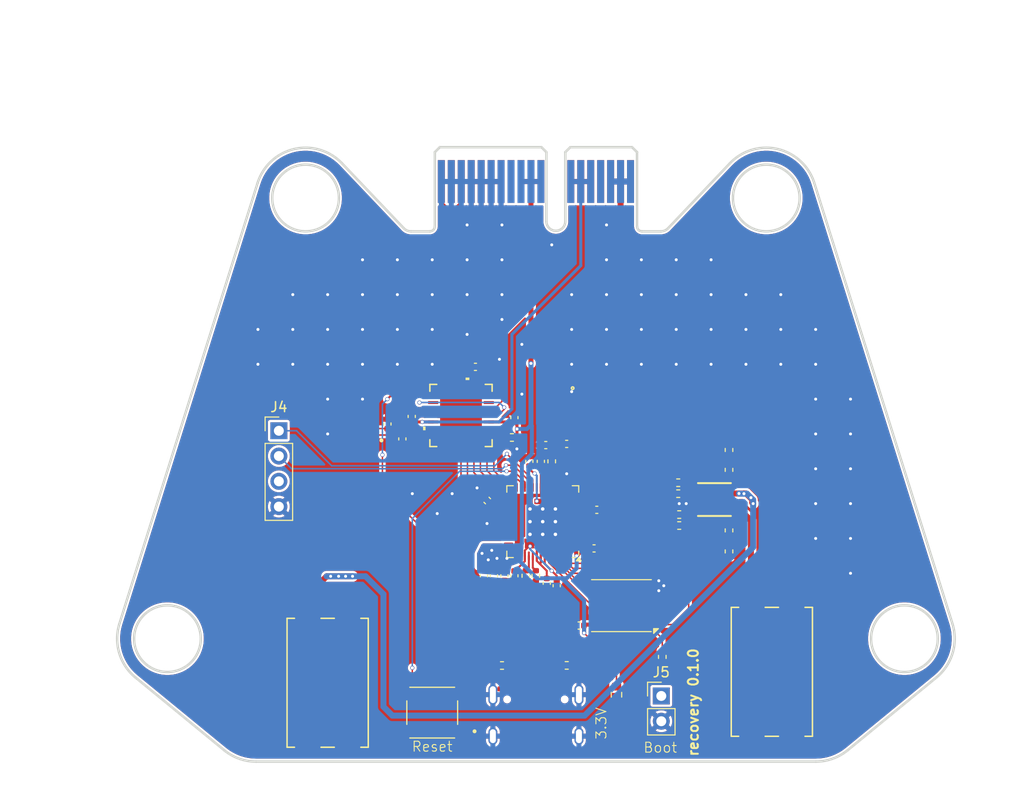
<source format=kicad_pcb>
(kicad_pcb (version 20241229) (generator "pcbnew") (generator_version "9.0")
  (layers (0 "F.Cu" signal) (2 "B.Cu" signal) (13 "F.Paste" user) (15 "B.Paste" user) (5 "F.SilkS" user "F.Silkscreen") (7 "B.SilkS" user "B.Silkscreen") (1 "F.Mask" user) (3 "B.Mask" user) (25 "Edge.Cuts" user))
  (net 0 "")
  (net 1 "+1.1V")
  (net 3 "CANINT")
  (net 4 "/XIN")
  (net 6 "v_lipo")
  (net 9 "Net-(J2-1_1)")
  (net 14 "CS")
  (net 15 "CANSTBY")
  (net 16 "GND")
  (net 17 "/USB_D2+")
  (net 18 "USB_D+")
  (net 19 "/XOUT_pre")
  (net 20 "unconnected-(U2-GPIO0-Pad2)")
  (net 21 "SI")
  (net 22 "SCK")
  (net 23 "SO")
  (net 24 "USB_D-")
  (net 27 "/XOUT")
  (net 30 "OSC1")
  (net 33 "OSC2")
  (net 34 "tx")
  (net 35 "/QSPI_SS")
  (net 36 "/QSPI_SCLK")
  (net 37 "/QSPI_SD1")
  (net 38 "/QSPI_SD0")
  (net 39 "/QSPI_SD3")
  (net 40 "/QSPI_SD2")
  (net 41 "/~{USB_BOOT_S}")
  (net 43 "/USB_D2-")
  (net 44 "+3.3V")
  (net 49 "CANRESET")
  (net 51 "rx")
  (net 55 "+5V")
  (net 56 "/SWD")
  (net 57 "/SWCLK")
  (net 58 "/RUN")
  (net 59 "Net-(J3-1_1)")
  (net 60 "Net-(Q1-Pad2)")
  (net 67 "CANN")
  (net 68 "CANP")
  (net 74 "Net-(D1-A)")
  (net 75 "Net-(Q1-Pad4)")
  (net 76 "fire_d")
  (net 77 "fire_m")
  (net 78 "sense_d")
  (net 79 "sense_m")
  (net 80 "Net-(J6-CC2)")
  (net 81 "Net-(J6-CC1)")
  (footprint "Package_SON:WSON-8-1EP_6x5mm_P1.27mm_EP3.4x4.3mm" (layer "F.Cu") (at 155 106.75 180)
    (property "Reference" "U4" (hide yes))
    (property "Value" "W25Q128JVP" (hide yes))
  )
  (footprint "Capacitor_SMD:C_0402_1005Metric" (layer "F.Cu") (at 146.905904 92.252137 90)
    (property "Reference" "C214" (hide yes))
    (property "Value" "100n" (hide yes))
  )
  (footprint "Resistor_SMD:R_0402_1005Metric" (layer "F.Cu") (at 165.8 101.3 90)
    (property "Reference" "R23" (hide yes))
    (property "Value" "27k")
  )
  (footprint "Resistor_SMD:R_0402_1005Metric" (layer "F.Cu") (at 148 92.25 90)
    (property "Reference" "R12" (hide yes))
    (property "Value" "1k" (hide yes))
  )
  (footprint "Resistor_SMD:R_0402_1005Metric" (layer "F.Cu") (at 145.400183 103.75 90)
    (property "Reference" "R204" (hide yes))
    (property "Value" "27" (hide yes))
  )
  (footprint "Capacitor_SMD:C_0402_1005Metric" (layer "F.Cu") (at 141.525268 96.188915 135)
    (property "Reference" "C212" (hide yes))
    (property "Value" "100n" (hide yes))
  )
  (footprint "Capacitor_SMD:C_0402_1005Metric" (layer "F.Cu") (at 145.75 92.25 90)
    (property "Reference" "C207" (hide yes))
    (property "Value" "100n" (hide yes))
  )
  (footprint "Resistor_SMD:R_0402_1005Metric" (layer "F.Cu") (at 160.8 98.7 180)
    (property "Reference" "R21" (hide yes))
    (property "Value" "3.3k")
  )
  (footprint "4in-kicad-library:X322516MLB4SI" (layer "F.Cu") (at 128.85 89.051477 180)
    (property "Reference" "Y2" (hide yes))
    (property "Value" "X322516MLB4SI" (hide yes))
  )
  (footprint "4in-kicad-library:TS-1187A-B-A-B" (layer "F.Cu") (at 136 117.5 180)
    (property "Reference" "S2" (hide yes))
    (property "Value" "TS-1187A-B-A-B" (hide yes))
  )
  (footprint "Connector_PinHeader_2.54mm:PinHeader_1x04_P2.54mm_Vertical" (layer "F.Cu") (at 120.6 89.18)
    (property "Reference" "J4")
    (property "Value" "Conn_01x04")
  )
  (footprint "LED_SMD:LED_0603_1608Metric" (layer "F.Cu") (at 154.5 118.9 90)
    (property "Reference" "D1" (hide yes))
    (property "Value" "LED" (hide yes))
  )
  (footprint "4in-kicad-library:QFN28_6X6MC_MCH" (layer "F.Cu") (at 138.887999 87.644025 180)
    (property "Reference" "U9" (hide yes))
    (property "Value" "MCP25625T-E/ML" (hide yes))
  )
  (footprint "Capacitor_SMD:C_0402_1005Metric" (layer "F.Cu") (at 149.5 90.5)
    (property "Reference" "C10" (hide yes))
    (property "Value" "15p" (hide yes))
  )
  (footprint "Capacitor_SMD:C_0402_1005Metric" (layer "F.Cu") (at 148.5 104.75 -90)
    (property "Reference" "C206" (hide yes))
    (property "Value" "100n" (hide yes))
  )
  (footprint "Capacitor_SMD:C_0402_1005Metric" (layer "F.Cu") (at 152.25 101)
    (property "Reference" "C211" (hide yes))
    (property "Value" "100n" (hide yes))
  )
  (footprint "Resistor_SMD:R_0603_1608Metric" (layer "F.Cu") (at 154.5 115.7 -90)
    (property "Reference" "R1" (hide yes))
    (property "Value" "1k" (hide yes))
  )
  (footprint "Capacitor_SMD:C_0402_1005Metric" (layer "F.Cu") (at 144.25 103.75 -90)
    (property "Reference" "C208" (hide yes))
    (property "Value" "1u" (hide yes))
  )
  (footprint "4in-recovery:SI7232DN-T1-GE3" (layer "F.Cu") (at 164.335 96.09)
    (property "Reference" "Q1" (hide yes))
    (property "Value" "TRANS_SI7232DN-T1-GE3")
  )
  (footprint "4in-recovery:wago-2060-452_998-404" (layer "F.Cu") (at 170.1 113.4)
    (property "Reference" "J3" (hide yes))
    (property "Value" "wago 2060-452/998-404" (hide yes))
  )
  (footprint "Resistor_SMD:R_0402_1005Metric" (layer "F.Cu") (at 160.8 97.6)
    (property "Reference" "R20" (hide yes))
    (property "Value" "100")
  )
  (footprint "Capacitor_SMD:C_0402_1005Metric" (layer "F.Cu") (at 147.401053 90.619624 180)
    (property "Reference" "C11" (hide yes))
    (property "Value" "15p" (hide yes))
  )
  (footprint "Connector_USB:USB_C_Receptacle_Palconn_UTC16-G" (layer "F.Cu") (at 146.41 117.625)
    (property "Reference" "J6" (hide yes))
    (property "Value" "USB_C_Receptacle_USB2.0_16P" (hide yes))
  )
  (footprint "4in-kicad-library:ABM8-272-T3_ABR" (layer "F.Cu") (at 149 88 -90)
    (property "Reference" "X1" (hide yes))
    (property "Value" "RP2040 Crystal" (hide yes))
  )
  (footprint "Capacitor_SMD:C_0402_1005Metric" (layer "F.Cu") (at 152.523705 97.122962)
    (property "Reference" "C213" (hide yes))
    (property "Value" "100n" (hide yes))
  )
  (footprint "Capacitor_SMD:C_0402_1005Metric" (layer "F.Cu") (at 142.194841 103.749524 -90)
    (property "Reference" "C216" (hide yes))
    (property "Value" "100n" (hide yes))
  )
  (footprint "Capacitor_SMD:C_0402_1005Metric" (layer "F.Cu") (at 141.194841 103.749524 -90)
    (property "Reference" "C215" (hide yes))
    (property "Value" "100n" (hide yes))
  )
  (footprint "4in-recovery:wago-2060-452_998-404" (layer "F.Cu") (at 125.5 114.5)
    (property "Reference" "J2" (hide yes))
    (property "Value" "wago 2060-452/998-404" (hide yes))
  )
  (footprint "Resistor_SMD:R_0402_1005Metric" (layer "F.Cu") (at 160.7 95.5)
    (property "Reference" "R300" (hide yes))
    (property "Value" "100")
  )
  (footprint "Resistor_SMD:R_0402_1005Metric" (layer "F.Cu") (at 144 89.854549 180)
    (property "Reference" "R91" (hide yes))
    (property "Value" "10k" (hide yes))
  )
  (footprint "Capacitor_SMD:C_0402_1005Metric" (layer "F.Cu") (at 143.25 103.75 -90)
    (property "Reference" "C210" (hide yes))
    (property "Value" "1u" (hide yes))
  )
  (footprint "Capacitor_SMD:C_0402_1005Metric" (layer "F.Cu") (at 133.942338 87.740095 90)
    (property "Reference" "C93" (hide yes))
    (property "Value" "100n" (hide yes))
  )
  (footprint "Resistor_SMD:R_0402_1005Metric" (layer "F.Cu") (at 146.400183 103.75 90)
    (property "Reference" "R203" (hide yes))
    (property "Value" "27" (hide yes))
  )
  (footprint "Resistor_SMD:R_0402_1005Metric" (layer "F.Cu") (at 143.005 112.765)
    (property "Reference" "R4" (hide yes))
    (property "Value" "5.1k" (hide yes))
  )
  (footprint "Resistor_SMD:R_0402_1005Metric" (layer "F.Cu") (at 165.8 91.11 -90)
    (property "Reference" "R33" (hide yes))
    (property "Value" "27k")
  )
  (footprint "Package_DFN_QFN:QFN-56-1EP_7x7mm_P0.4mm_EP3.2x3.2mm" (layer "F.Cu") (at 147.1 98.3125 180)
    (property "Reference" "U2" (hide yes))
    (property "Value" "RP2040" (hide yes))
  )
  (footprint "Resistor_SMD:R_0402_1005Metric" (layer "F.Cu") (at 159.1 111.9 -90)
    (property "Reference" "R30" (hide yes))
    (property "Value" "1k" (hide yes))
  )
  (footprint "Capacitor_SMD:C_0402_1005Metric" (layer "F.Cu") (at 150.75 108.75 180)
    (property "Reference" "C40" (hide yes))
    (property "Value" "100n" (hide yes))
  )
  (footprint "Connector_PinHeader_2.54mm:PinHeader_1x02_P2.54mm_Vertical" (layer "F.Cu") (at 159 115.825)
    (property "Reference" "J5")
    (property "Value" "Conn_01x02_Pin")
  )
  (footprint "Resistor_SMD:R_0402_1005Metric" (layer "F.Cu") (at 165.8 93.11 -90)
    (property "Reference" "R32" (hide yes))
    (property "Value" "100k")
  )
  (footprint "Resistor_SMD:R_0402_1005Metric" (layer "F.Cu") (at 149.505 112.755)
    (property "Reference" "R3" (hide yes))
    (property "Value" "5.1k" (hide yes))
  )
  (footprint "Capacitor_SMD:C_0402_1005Metric" (layer "F.Cu") (at 140.339105 82.759702)
    (property "Reference" "C90" (hide yes))
    (property "Value" "100n" (hide yes))
  )
  (footprint "Capacitor_SMD:C_0402_1005Metric" (layer "F.Cu") (at 144.249829 87.861863 90)
    (property "Reference" "C92" (hide yes))
    (property "Value" "100n" (hide yes))
  )
  (footprint "Capacitor_SMD:C_0402_1005Metric" (layer "F.Cu") (at 147.5 104.5 -90)
    (property "Reference" "C209" (hide yes))
    (property "Value" "100n" (hide yes))
  )
  (footprint "Resistor_SMD:R_0402_1005Metric" (layer "F.Cu") (at 165.8 99.19 90)
    (property "Reference" "R22" (hide yes))
    (property "Value" "100k")
  )
  (footprint "Resistor_SMD:R_0402_1005Metric" (layer "F.Cu") (at 160.7 94.4 180)
    (property "Reference" "R31" (hide yes))
    (property "Value" "3.3k")
  )
  (footprint "Capacitor_SMD:C_0402_1005Metric" (layer "F.Cu") (at 133 90 -90)
    (property "Reference" "C94" (hide yes))
    (property "Value" "22p" (hide yes))
  )
  (footprint "Capacitor_SMD:C_0402_1005Metric" (layer "F.Cu") (at 131.5 88.5 90)
    (property "Reference" "C95" (hide yes))
    (property "Value" "22p" (hide yes))
  )
  (footprint "Connector_PCBEdge:BUS_PCIexpress_x1" (layer "B.Cu") (at 136.913 64.138595)
    (property "Reference" "J1" (hide yes))
    (property "Value" "Bus_PCI_Express_x1" (hide yes))
    (fp_line (start -0.65 -2.95) (end -0.65 4.506267) (stroke (width 0.25)) (layer "Edge.Cuts"))
    (fp_line (start -0.15 -3.45) (end -0.65 -2.95) (stroke (width 0.25)) (layer "Edge.Cuts"))
    (fp_line (start 10.05 -3.45) (end -0.15 -3.45) (stroke (width 0.25)) (layer "Edge.Cuts"))
    (fp_line (start 10.05 -3.45) (end 10.55 -2.95) (stroke (width 0.25)) (layer "Edge.Cuts"))
    (fp_line (start 10.55 -2.95) (end 10.55 4) (stroke (width 0.25)) (layer "Edge.Cuts"))
    (fp_line (start 12.45 -2.95) (end 12.45 4) (stroke (width 0.25)) (layer "Edge.Cuts"))
    (fp_line (start 12.95 -3.45) (end 12.45 -2.95) (stroke (width 0.25)) (layer "Edge.Cuts"))
    (fp_line (start 19.15 -3.45) (end 12.95 -3.45) (stroke (width 0.25)) (layer "Edge.Cuts"))
    (fp_line (start 19.15 -3.45) (end 19.65 -2.95) (stroke (width 0.25)) (layer "Edge.Cuts"))
    (fp_line (start 19.65 4.506267) (end 19.65 -2.95) (stroke (width 0.25)) (layer "Edge.Cuts"))
    (fp_arc (start 12.45 4) (mid 11.5 4.95) (end 10.55 4) (stroke (width 0.25)) (layer "Edge.Cuts"))
  )
  (gr_line (start 159.678146 68.835513) (end 165.883818 62.312636) (stroke (width 0.25)) (layer "Edge.Cuts"))
  (gr_line (start 133.143972 68.831791) (end 126.941843 62.312637) (stroke (width 0.25)) (layer "Edge.Cuts"))
  (gr_line (start 174.511605 122.419976) (end 118.31403 122.419976) (stroke (width 0.25)) (layer "Edge.Cuts"))
  (gr_circle (center 183.413305 110.068595) (end 180.063305 110.068595) (stroke (width 0.25)) (fill no) (layer "Edge.Cuts"))
  (gr_arc (start 159.678146 68.835513) (mid 159.347804 69.065283) (end 158.95364 69.146243) (stroke (width 0.25)) (layer "Edge.Cuts"))
  (gr_arc (start 188.23235 108.558858) (mid 188.252259 111.513246) (end 186.615928 113.973169) (stroke (width 0.25)) (layer "Edge.Cuts"))
  (gr_line (start 133.87203 69.146243) (end 135.755183 69.146243) (stroke (width 0.25)) (layer "Edge.Cuts"))
  (gr_arc (start 118.31403 122.419976) (mid 116.613396 122.125003) (end 115.111431 121.274551) (stroke (width 0.25)) (layer "Edge.Cuts"))
  (gr_line (start 158.95364 69.146243) (end 157.070478 69.146243) (stroke (width 0.25)) (layer "Edge.Cuts"))
  (gr_line (start 186.615928 113.973169) (end 177.714231 121.274549) (stroke (width 0.25)) (layer "Edge.Cuts"))
  (gr_arc (start 133.87203 69.146243) (mid 133.475493 69.064276) (end 133.143972 68.831791) (stroke (width 0.25)) (layer "Edge.Cuts"))
  (gr_arc (start 165.883818 62.312636) (mid 170.686206 60.874603) (end 174.361605 64.283721) (stroke (width 0.25)) (layer "Edge.Cuts"))
  (gr_arc (start 118.464055 64.28372) (mid 122.13948 60.874652) (end 126.941843 62.312637) (stroke (width 0.25)) (layer "Edge.Cuts"))
  (gr_circle (center 109.412355 110.068595) (end 106.062355 110.068595) (stroke (width 0.25)) (fill no) (layer "Edge.Cuts"))
  (gr_arc (start 136.255183 68.646276) (mid 136.108734 68.999813) (end 135.755183 69.146243) (stroke (width 0.25)) (layer "Edge.Cuts"))
  (gr_line (start 174.361606 64.283721) (end 188.23235 108.558858) (stroke (width 0.25)) (layer "Edge.Cuts"))
  (gr_circle (center 169.54256 65.793456) (end 166.19256 65.793456) (stroke (width 0.25)) (fill no) (layer "Edge.Cuts"))
  (gr_circle (center 123.2831 65.793456) (end 119.9331 65.793456) (stroke (width 0.25)) (fill no) (layer "Edge.Cuts"))
  (gr_line (start 106.209767 113.973198) (end 115.111431 121.274551) (stroke (width 0.25)) (layer "Edge.Cuts"))
  (gr_arc (start 157.070478 69.146243) (mid 156.716924 68.999796) (end 156.570477 68.646242) (stroke (width 0.25)) (layer "Edge.Cuts"))
  (gr_line (start 118.464054 64.28372) (end 104.588376 108.574607) (stroke (width 0.25)) (layer "Edge.Cuts"))
  (gr_arc (start 106.209767 113.973198) (mid 104.575789 111.521169) (end 104.588376 108.574607) (stroke (width 0.25)) (layer "Edge.Cuts"))
  (gr_arc (start 177.714231 121.274549) (mid 176.212253 122.125005) (end 174.511605 122.419976) (stroke (width 0.25)) (layer "Edge.Cuts"))
  (gr_text "recovery 0.1.0" (at 162.8 122 90) (layer "F.SilkS") (effects (font (size 1 1) (thickness 0.2) (bold yes)) (justify left bottom)))
  (gr_text "Boot" (at 158.9 121.6 0) (layer "F.SilkS") (effects (font (size 1 1) (thickness 0.1)) (justify bottom)))
  (gr_text "Reset" (at 136 121.5 0) (layer "F.SilkS") (effects (font (size 1 1) (thickness 0.1)) (justify bottom)))
  (gr_text "3.3V" (at 153.560686 118.580466 90) (layer "F.SilkS") (effects (font (size 1 1) (thickness 0.1)) (justify bottom)))
  (segment (start 145.75 93) (end 145.75 92.73) (width 0.2) (layer "F.Cu") (net 1))
  (segment (start 148 103.25) (end 148.5 103.75) (width 0.2) (layer "F.Cu") (net 1))
  (segment (start 145.3 102.28386) (end 144.31386 103.27) (width 0.2) (layer "F.Cu") (net 1))
  (segment (start 146.278167 93.471833) (end 146.221833 93.471833) (width 0.15) (layer "F.Cu") (net 1))
  (segment (start 148.5 103.75) (end 148.5 104.27) (width 0.2) (layer "F.Cu") (net 1))
  (segment (start 145.716508 100.783492) (end 145.830177 100.783492) (width 0.2) (layer "F.Cu") (net 1))
  (segment (start 146.278167 93.471833) (end 146.5 93.693666) (width 0.15) (layer "F.Cu") (net 1))
  (segment (start 147.3 101.75) (end 147.3 102.55) (width 0.2) (layer "F.Cu") (net 1))
  (segment (start 145.3 101.75) (end 145.3 102.28386) (width 0.2) (layer "F.Cu") (net 1))
  (segment (start 144.31386 103.27) (end 144.25 103.27) (width 0.2) (layer "F.Cu") (net 1))
  (segment (start 146.221833 93.471833) (end 145.75 93) (width 0.2) (layer "F.Cu") (net 1))
  (segment (start 147.3 102.55) (end 148 103.25) (width 0.2) (layer "F.Cu") (net 1))
  (segment (start 145.3 101.2) (end 145.716508 100.783492) (width 0.2) (layer "F.Cu") (net 1))
  (segment (start 146.5 93.693666) (end 146.5 94.875) (width 0.15) (layer "F.Cu") (net 1))
  (segment (start 145.3 101.75) (end 145.3 101.2) (width 0.2) (layer "F.Cu") (net 1))
  (via (at 146.5 96.25) (size 0.4) (drill 0.3) (layers "F.Cu" "B.Cu") (net 1))
  (via (at 148 103.25) (size 0.4) (drill 0.3) (layers "F.Cu" "B.Cu") (net 1))
  (via (at 146.278167 93.471833) (size 0.4) (drill 0.3) (layers "F.Cu" "B.Cu") (net 1))
  (via (at 145.830177 100.783492) (size 0.4) (drill 0.3) (layers "F.Cu" "B.Cu") (net 1))
  (segment (start 146.5 93.693666) (end 146.278167 93.471833) (width 0.2) (layer "B.Cu") (net 1))
  (segment (start 145.830177 100.783492) (end 145.830177 101.080177) (width 0.2) (layer "B.Cu") (net 1))
  (segment (start 146.5 96.25) (end 146.5 93.693666) (width 0.2) (layer "B.Cu") (net 1))
  (segment (start 145.830177 101.080177) (end 148 103.25) (width 0.2) (layer "B.Cu") (net 1))
  (segment (start 138.887999 95.696007) (end 141.304492 98.1125) (width 0.15) (layer "F.Cu") (net 3))
  (segment (start 141.304492 98.1125) (end 143.6625 98.1125) (width 0.15) (layer "F.Cu") (net 3))
  (segment (start 138.887999 90.438025) (end 138.887999 95.696007) (width 0.15) (layer "F.Cu") (net 3))
  (segment (start 149.02 90.5) (end 149.02 87.580001) (width 0.15) (layer "F.Cu") (net 4))
  (segment (start 149.02 87.580001) (end 149.400002 87.199999) (width 0.15) (layer "F.Cu") (net 4))
  (segment (start 149 90.52) (end 149 92.663247) (width 0.15) (layer "F.Cu") (net 4))
  (segment (start 149.400002 87.199999) (end 150.1 87.199999) (width 0.15) (layer "F.Cu") (net 4))
  (segment (start 147.7 93.963247) (end 147.7 94.875) (width 0.15) (layer "F.Cu") (net 4))
  (segment (start 149 92.663247) (end 147.7 93.963247) (width 0.15) (layer "F.Cu") (net 4))
  (segment (start 149.02 90.5) (end 149 90.52) (width 0.15) (layer "F.Cu") (net 4))
  (segment (start 130.721116 121.321116) (end 169.825882 121.321116) (width 0.6) (layer "F.Cu") (net 6))
  (segment (start 172.000001 88.000001) (end 154.913 70.913) (width 0.6) (layer "F.Cu") (net 6))
  (segment (start 172.000001 119.146997) (end 172.000001 117.344999) (width 0.6) (layer "F.Cu") (net 6))
  (segment (start 155.913 64.138595) (end 153.913 64.138595) (width 0.6) (layer "F.Cu") (net 6))
  (segment (start 172.000001 117.144999) (end 172.000001 88.000001) (width 0.6) (layer "F.Cu") (net 6))
  (segment (start 169.825882 121.321116) (end 172.000001 119.146997) (width 0.6) (layer "F.Cu") (net 6))
  (segment (start 127.500001 118.344999) (end 127.744999 118.344999) (width 0.6) (layer "F.Cu") (net 6))
  (segment (start 154.913 70.913) (end 154.913 64.138595) (width 0.6) (layer "F.Cu") (net 6))
  (segment (start 172.100001 117.244999) (end 172.000001 117.144999) (width 0.6) (layer "F.Cu") (net 6))
  (segment (start 172.000001 117.344999) (end 172.100001 117.244999) (width 0.6) (layer "F.Cu") (net 6))
  (segment (start 127.744999 118.344999) (end 130.721116 121.321116) (width 0.6) (layer "F.Cu") (net 6))
  (segment (start 127.500001 109.094999) (end 127.500001 118.344999) (width 0.6) (layer "F.Cu") (net 6))
  (segment (start 153.913 64.138595) (end 155.913 64.138595) (width 0.6) (layer "B.Cu") (net 6))
  (segment (start 167.2825 95.4825) (end 167.3 95.5) (width 0.6) (layer "F.Cu") (net 9))
  (segment (start 123.499999 109.094999) (end 123.499999 118.344999) (width 0.6) (layer "F.Cu") (net 9))
  (segment (start 167.5175 95.4825) (end 168.135 96.1) (width 0.6) (layer "F.Cu") (net 9))
  (segment (start 123.499999 105.700001) (end 123.499999 109.094999) (width 0.6) (layer "F.Cu") (net 9))
  (segment (start 128 103.8) (end 125.4 103.8) (width 0.6) (layer "F.Cu") (net 9))
  (segment (start 164.8925 95.4825) (end 167.2825 95.4825) (width 0.6) (layer "F.Cu") (net 9))
  (segment (start 166.041 95.21) (end 165.931 95.1) (width 0.15) (layer "F.Cu") (net 9))
  (segment (start 125.4 103.8) (end 123.499999 105.700001) (width 0.6) (layer "F.Cu") (net 9))
  (segment (start 168.135 96.1) (end 168.135 96.411509) (width 0.6) (layer "F.Cu") (net 9))
  (segment (start 167.3 95.5) (end 167.3175 95.4825) (width 0.6) (layer "F.Cu") (net 9))
  (segment (start 168.135 96.411509) (end 168.223491 96.5) (width 0.6) (layer "F.Cu") (net 9))
  (segment (start 167.3175 95.4825) (end 167.5175 95.4825) (width 0.6) (layer "F.Cu") (net 9))
  (via (at 128 103.8) (size 0.4) (drill 0.3) (layers "F.Cu" "B.Cu") (net 9))
  (via (at 127.3 103.8) (size 0.4) (drill 0.3) (layers "F.Cu" "B.Cu") (net 9))
  (via (at 126.6 103.8) (size 0.4) (drill 0.3) (layers "F.Cu" "B.Cu") (net 9))
  (via (at 166.8 95.4825) (size 0.4) (drill 0.3) (layers "F.Cu" "B.Cu") (net 9))
  (via (at 168.223491 96.5) (size 0.4) (drill 0.3) (layers "F.Cu" "B.Cu") (net 9))
  (via (at 167.3 95.5) (size 0.4) (drill 0.3) (layers "F.Cu" "B.Cu") (net 9))
  (via (at 125.8 103.8) (size 0.4) (drill 0.3) (layers "F.Cu" "B.Cu") (net 9))
  (via (at 168 95.9) (size 0.4) (drill 0.3) (layers "F.Cu" "B.Cu") (net 9))
  (segment (start 167.6 95.5) (end 166.8175 95.5) (width 0.6) (layer "B.Cu") (net 9))
  (segment (start 168.223491 100.876509) (end 168.223491 96.123491) (width 0.6) (layer "B.Cu") (net 9))
  (segment (start 166.8175 95.5) (end 166.8 95.4825) (width 0.6) (layer "B.Cu") (net 9))
  (segment (start 126.6 103.8) (end 125.8 103.8) (width 0.6) (layer "B.Cu") (net 9))
  (segment (start 125.8 103.8) (end 125.4 103.8) (width 0.6) (layer "B.Cu") (net 9))
  (segment (start 128 103.8) (end 127.3 103.8) (width 0.6) (layer "B.Cu") (net 9))
  (segment (start 131.1 116.9) (end 132 117.8) (width 0.6) (layer "B.Cu") (net 9))
  (segment (start 127.3 103.8) (end 126.6 103.8) (width 0.6) (layer "B.Cu") (net 9))
  (segment (start 168.223491 96.123491) (end 167.6 95.5) (width 0.6) (layer "B.Cu") (net 9))
  (segment (start 129.3 103.8) (end 131.1 105.6) (width 0.6) (layer "B.Cu") (net 9))
  (segment (start 151.3 117.8) (end 168.223491 100.876509) (width 0.6) (layer "B.Cu") (net 9))
  (segment (start 132 117.8) (end 151.3 117.8) (width 0.6) (layer "B.Cu") (net 9))
  (segment (start 128 103.8) (end 129.3 103.8) (width 0.6) (layer "B.Cu") (net 9))
  (segment (start 131.1 105.6) (end 131.1 116.9) (width 0.6) (layer "B.Cu") (net 9))
  (segment (start 141.5 89.776025) (end 141.5 93.188949) (width 0.15) (layer "F.Cu") (net 14))
  (segment (start 143.186051 94.875) (end 144.5 94.875) (width 0.15) (layer "F.Cu") (net 14))
  (segment (start 141.681999 89.594026) (end 141.5 89.776025) (width 0.15) (layer "F.Cu") (net 14))
  (segment (start 141.5 93.188949) (end 143.186051 94.875) (width 0.15) (layer "F.Cu") (net 14))
  (segment (start 131.805976 85.694024) (end 136.093999 85.694024) (width 0.2) (layer "F.Cu") (net 15))
  (segment (start 131 91.6) (end 131 95) (width 0.15) (layer "F.Cu") (net 15))
  (segment (start 131.5 86) (end 131.805976 85.694024) (width 0.2) (layer "F.Cu") (net 15))
  (segment (start 131 95) (end 135.3125 99.3125) (width 0.15) (layer "F.Cu") (net 15))
  (segment (start 135.3125 99.3125) (end 143.6625 99.3125) (width 0.15) (layer "F.Cu") (net 15))
  (via (at 131 91.6) (size 0.4) (drill 0.3) (layers "F.Cu" "B.Cu") (net 15))
  (via (at 131.5 86) (size 0.4) (drill 0.3) (layers "F.Cu" "B.Cu") (net 15))
  (segment (start 131 86.5) (end 131.5 86) (width 0.15) (layer "B.Cu") (net 15))
  (segment (start 131 91.6) (end 131 86.5) (width 0.15) (layer "B.Cu") (net 15))
  (segment (start 146.772137 91.772137) (end 146 91) (width 0.3) (layer "F.Cu") (net 16))
  (segment (start 148.1 86.949999) (end 147.95 86.949999) (width 0.15) (layer "F.Cu") (net 16))
  (segment (start 142.913 64.138595) (end 139.913 64.138595) (width 0.5) (layer "F.Cu") (net 16))
  (segment (start 146.905904 91.772137) (end 146.772137 91.772137) (width 0.3) (layer "F.Cu") (net 16))
  (segment (start 141.185857 95.849504) (end 141.185857 95.607337) (width 0.2) (layer "F.Cu") (net 16))
  (segment (start 138.407065 89.186934) (end 138.407065 88.957723) (width 0.2) (layer "F.Cu") (net 16))
  (segment (start 141.185857 95.607337) (end 140.5 94.92148) (width 0.2) (layer "F.Cu") (net 16))
  (segment (start 136.605075 87.644025) (end 139.399075 87.644025) (width 0.3) (layer "F.Cu") (net 16))
  (segment (start 148.75 93.75) (end 149 93.75) (width 0.2) (layer "F.Cu") (net 16))
  (segment (start 148.1 94.875) (end 148.1 94.4) (width 0.2) (layer "F.Cu") (net 16))
  (segment (start 148.1 94.4) (end 148.75 93.75) (width 0.2) (layer "F.Cu") (net 16))
  (via (at 174.5 89.5) (size 0.4) (drill 0.3) (layers "F.Cu" "B.Cu") (net 16))
  (via (at 149.5 93.5) (size 0.4) (drill 0.3) (layers "F.Cu" "B.Cu") (net 16))
  (via (at 158.75 104.25) (size 0.4) (drill 0.3) (layers "F.Cu" "B.Cu") (net 16))
  (via (at 143 72) (size 0.4) (drill 0.3) (layers "F.Cu" "B.Cu") (net 16))
  (via (at 140.5 94.92148) (size 0.4) (drill 0.3) (layers "F.Cu" "B.Cu") (net 16))
  (via (at 171 75.5) (size 0.4) (drill 0.3) (layers "F.Cu" "B.Cu") (net 16))
  (via (at 160.8 96.5) (size 0.4) (drill 0.3) (layers "F.Cu" "B.Cu") (net 16))
  (via (at 139.5 72) (size 0.4) (drill 0.3) (layers "F.Cu" "B.Cu") (net 16))
  (via (at 160.5 75.5) (size 0.4) (drill 0.3) (layers "F.Cu" "B.Cu") (net 16))
  (via (at 122 75.5) (size 0.4) (drill 0.3) (layers "F.Cu" "B.Cu") (net 16))
  (via (at 164 82.5) (size 0.4) (drill 0.3) (layers "F.Cu" "B.Cu") (net 16))
  (via (at 129 79) (size 0.4) (drill 0.3) (layers "F.Cu" "B.Cu") (net 16))
  (via (at 178 103.5) (size 0.4) (drill 0.3) (layers "F.Cu" "B.Cu") (net 16))
  (via (at 143 68.5) (size 0.4) (drill 0.3) (layers "F.Cu" "B.Cu") (net 16))
  (via (at 136 79) (size 0.4) (drill 0.3) (layers "F.Cu" "B.Cu") (net 16))
  (via (at 144.5 91) (size 0.4) (drill 0.3) (layers "F.Cu" "B.Cu") (net 16))
  (via (at 167.5 79) (size 0.4) (drill 0.3) (layers "F.Cu" "B.Cu") (net 16))
  (via (at 145.818053 99.587234) (size 0.5) (drill 0.35) (layers "F.Cu" "B.Cu") (net 16))
  (via (at 136 75.5) (size 0.4) (drill 0.3) (layers "F.Cu" "B.Cu") (net 16))
  (via (at 174.5 96.5) (size 0.4) (drill 0.3) (layers "F.Cu" "B.Cu") (net 16))
  (via (at 138 95.5) (size 0.4) (drill 0.3) (layers "F.Cu" "B.Cu") (net 16))
  (via (at 174.5 79) (size 0.4) (drill 0.3) (layers "F.Cu" "B.Cu") (net 16))
  (via (at 150 79) (size 0.4) (drill 0.3) (layers "F.Cu" "B.Cu") (net 16))
  (via (at 178 100) (size 0.4) (drill 0.3) (layers "F.Cu" "B.Cu") (net 16))
  (via (at 153.5 68.5) (size 0.4) (drill 0.3) (layers "F.Cu" "B.Cu") (net 16))
  (via (at 147.093053 99.587234) (size 0.5) (drill 0.35) (layers "F.Cu" "B.Cu") (net 16))
  (via (at 129 86) (size 0.4) (drill 0.3) (layers "F.Cu" "B.Cu") (net 16))
  (via (at 153.5 75.5) (size 0.4) (drill 0.3) (layers "F.Cu" "B.Cu") (net 16))
  (via (at 145.818053 98.312234) (size 0.5) (drill 0.35) (layers "F.Cu" "B.Cu") (net 16))
  (via (at 122 82.5) (size 0.4) (drill 0.3) (layers "F.Cu" "B.Cu") (net 16))
  (via (at 148.368053 98.312234) (size 0.5) (drill 0.35) (layers "F.Cu" "B.Cu") (net 16))
  (via (at 145 80.5) (size 0.4) (drill 0.3) (layers "F.Cu" "B.Cu") (net 16))
  (via (at 160.5 82.5) (size 0.4) (drill 0.3) (layers "F.Cu" "B.Cu") (net 16))
  (via (at 164 72) (size 0.4) (drill 0.3) (layers "F.Cu" "B.Cu") (net 16))
  (via (at 178 96.5) (size 0.4) (drill 0.3) (layers "F.Cu" "B.Cu") (net 16))
  (via (at 132.5 72) (size 0.4) (drill 0.3) (layers "F.Cu" "B.Cu") (net 16))
  (via (at 143 78) (size 0.4) (drill 0.3) (layers "F.Cu" "B.Cu") (net 16))
  (via (at 153.5 72) (size 0.4) (drill 0.3) (layers "F.Cu" "B.Cu") (net 16))
  (via (at 157 75.5) (size 0.4) (drill 0.3) (layers "F.Cu" "B.Cu") (net 16))
  (via (at 160.5 79) (size 0.4) (drill 0.3) (layers "F.Cu" "B.Cu") (net 16))
  (via (at 129 82.5) (size 0.4) (drill 0.3) (layers "F.Cu" "B.Cu") (net 16))
  (via (at 164 75.5) (size 0.4) (drill 0.3) (layers "F.Cu" "B.Cu") (net 16))
  (via (at 153.5 79) (size 0.4) (drill 0.3) (layers "F.Cu" "B.Cu") (net 16))
  (via (at 158.75 105.25) (size 0.4) (drill 0.3) (layers "F.Cu" "B.Cu") (net 16))
  (via (at 174.5 82.5) (size 0.4) (drill 0.3) (layers "F.Cu" "B.Cu") (net 16))
  (via (at 157 72) (size 0.4) (drill 0.3) (layers "F.Cu" "B.Cu") (net 16))
  (via (at 141.5 98.5) (size 0.4) (drill 0.3) (layers "F.Cu" "B.Cu") (net 16))
  (via (at 136.5 97.5) (size 0.4) (drill 0.3) (layers "F.Cu" "B.Cu") (net 16))
  (via (at 178 89.5) (size 0.4) (drill 0.3) (layers "F.Cu" "B.Cu") (net 16))
  (via (at 171 79) (size 0.4) (drill 0.3) (layers "F.Cu" "B.Cu") (net 16))
  (via (at 129 72) (size 0.4) (drill 0.3) (layers "F.Cu" "B.Cu") (net 16))
  (via (at 174.5 100) (size 0.4) (drill 0.3) (layers "F.Cu" "B.Cu") (net 16))
  (via (at 122 79) (size 0.4) (drill 0.3) (layers "F.Cu" "B.Cu") (net 16))
  (via (at 157 82.5) (size 0.4) (drill 0.3) (layers "F.Cu" "B.Cu") (net 16))
  (via (at 174.5 86) (size 0.4) (drill 0.3) (layers "F.Cu" "B.Cu") (net 16))
  (via (at 178 86) (size 0.4) (drill 0.3) (layers "F.Cu" "B.Cu") (net 16))
  (via (at 145.818053 97.037234) (size 0.5) (drill 0.35) (layers "F.Cu" "B.Cu") (net 16))
  (via (at 139.5 79.5) (size 0.4) (drill 0.3) (layers "F.Cu" "B.Cu") (net 16))
  (via (at 150 85.25) (size 0.4) (drill 0.3) (layers "F.Cu" "B.Cu") (net 16))
  (via (at 161.5 96.5) (size 0.4) (drill 0.3) (layers "F.Cu" "B.Cu") (net 16))
  (via (at 132.5 82.5) (size 0.4) (drill 0.3) (layers "F.Cu" "B.Cu") (net 16))
  (via (at 150 75.5) (size 0.4) (drill 0.3) (layers "F.Cu" "B.Cu") (net 16))
  (via (at 159.25 104.75) (size 0.4) (drill 0.3) (layers "F.Cu" "B.Cu") (net 16))
  (via (at 136 72) (size 0.4) (drill 0.3) (layers "F.Cu" "B.Cu") (net 16))
  (via (at 147.093053 97.037234) (size 0.5) (drill 0.35) (layers "F.Cu" "B.Cu") (net 16))
  (via (at 147.093053 98.312234) (size 0.5) (drill 0.35) (layers "F.Cu" "B.Cu") (net 16))
  (via (at 136 82.5) (size 0.4) (drill 0.3) (layers "F.Cu" "B.Cu") (net 16))
  (via (at 148.368053 97.037234) (size 0.5) (drill 0.35) (layers "F.Cu" "B.Cu") (net 16))
  (via (at 132.5 75.5) (size 0.4) (drill 0.3) (layers "F.Cu" "B.Cu") (net 16))
  (via (at 178 93) (size 0.4) (drill 0.3) (layers "F.Cu" "B.Cu") (net 16))
  (via (at 125.5 82.5) (size 0.4) (drill 0.3) (layers "F.Cu" "B.Cu") (net 16))
  (via (at 125.5 89.5) (size 0.4) (drill 0.3) (layers "F.Cu" "B.Cu") (net 16))
  (via (at 150 82.5) (size 0.4) (drill 0.3) (layers "F.Cu" "B.Cu") (net 16))
  (via (at 139.5 75.5) (size 0.4) (drill 0.3) (layers "F.Cu" "B.Cu") (net 16))
  (via (at 167.5 82.5) (size 0.4) (drill 0.3) (layers "F.Cu" "B.Cu") (net 16))
  (via (at 125.5 75.5) (size 0.4) (drill 0.3) (layers "F.Cu" "B.Cu") (net 16))
  (via (at 118.5 82.5) (size 0.4) (drill 0.3) (layers "F.Cu" "B.Cu") (net 16))
  (via (at 160.5 72) (size 0.4) (drill 0.3) (layers "F.Cu" "B.Cu") (net 16))
  (via (at 164 79) (size 0.4) (drill 0.3) (layers "F.Cu" "B.Cu") (net 16))
  (via (at 125.5 86) (size 0.4) (drill 0.3) (layers "F.Cu" "B.Cu") (net 16))
  (via (at 132.5 79) (size 0.4) (drill 0.3) (layers "F.Cu" "B.Cu") (net 16))
  (via (at 134 95.5) (size 0.4) (drill 0.3) (layers "F.Cu" "B.Cu") (net 16))
  (via (at 171 82.5) (size 0.4) (drill 0.3) (layers "F.Cu" "B.Cu") (net 16))
  (via (at 118.5 79) (size 0.4) (drill 0.3) (layers "F.Cu" "B.Cu") (net 16))
  (via (at 143 75.5) (size 0.4) (drill 0.3) (layers "F.Cu" "B.Cu") (net 16))
  (via (at 153.5 82.5) (size 0.4) (drill 0.3) (layers "F.Cu" "B.Cu") (net 16))
  (via (at 129 75.5) (size 0.4) (drill 0.3) (layers "F.Cu" "B.Cu") (net 16))
  (via (at 157 79) (size 0.4) (drill 0.3) (layers "F.Cu" "B.Cu") (net 16))
  (via (at 142.75 82) (size 0.4) (drill 0.3) (layers "F.Cu" "B.Cu") (net 16))
  (via (at 174.5 93) (size 0.4) (drill 0.3) (layers "F.Cu" "B.Cu") (net 16))
  (via (at 148 70.5) (size 0.4) (drill 0.3) (layers "F.Cu" "B.Cu") (net 16))
  (via (at 167.5 75.5) (size 0.4) (drill 0.3) (layers "F.Cu" "B.Cu") (net 16))
  (via (at 145 85.5) (size 0.4) (drill 0.3) (layers "F.Cu" "B.Cu") (net 16))
  (via (at 148.368053 99.587234) (size 0.5) (drill 0.35) (layers "F.Cu" "B.Cu") (net 16))
  (via (at 125.5 79) (size 0.4) (drill 0.3) (layers "F.Cu" "B.Cu") (net 16))
  (via (at 139.5 68.5) (size 0.4) (drill 0.3) (layers "F.Cu" "B.Cu") (net 16))
  (segment (start 142.913 64.138595) (end 136.913 64.138595) (width 0.5) (layer "B.Cu") (net 16))
  (segment (start 146.1 101.75) (end 146.1 102.939817) (width 0.2) (layer "F.Cu") (net 17))
  (segment (start 146.1 102.939817) (end 146.400183 103.24) (width 0.2) (layer "F.Cu") (net 17))
  (segment (start 146.955116 114.180116) (end 147.16 114.385) (width 0.3) (layer "F.Cu") (net 18))
  (segment (start 146.193683 113.25) (end 146.193683 113.418683) (width 0.3) (layer "F.Cu") (net 18))
  (segment (start 146.193683 113.418683) (end 146.955116 114.180116) (width 0.3) (layer "F.Cu") (net 18))
  (segment (start 147.16 114.385) (end 147.16 115.115) (width 0.3) (layer "F.Cu") (net 18))
  (segment (start 146.193683 113.25) (end 146.193683 113.75) (width 0.487) (layer "F.Cu") (net 18))
  (segment (start 146.400183 104.26) (end 146.193683 104.4665) (width 0.487) (layer "F.Cu") (net 18))
  (segment (start 146.193683 104.4665) (end 146.193683 113.25) (width 0.487) (layer "F.Cu") (net 18))
  (segment (start 146.164408 115.121878) (end 146.164408 113.810195) (width 0.3) (layer "F.Cu") (net 18))
  (segment (start 147.9 88.800001) (end 147.75 88.950001) (width 0.15) (layer "F.Cu") (net 19))
  (segment (start 147.75 88.950001) (end 147.75 91.74) (width 0.15) (layer "F.Cu") (net 19))
  (segment (start 150.56 100.49) (end 150.5375 100.5125) (width 0.15) (layer "F.Cu") (net 20))
  (segment (start 143.6625 96.1125) (end 142.908947 96.1125) (width 0.15) (layer "F.Cu") (net 21))
  (segment (start 142.908947 96.1125) (end 140.187999 93.391552) (width 0.15) (layer "F.Cu") (net 21))
  (segment (start 140.187999 93.391552) (end 140.187999 90.438025) (width 0.15) (layer "F.Cu") (net 21))
  (segment (start 139.537998 95.462768) (end 141.78773 97.7125) (width 0.15) (layer "F.Cu") (net 22))
  (segment (start 139.537998 90.438025) (end 139.537998 95.462768) (width 0.15) (layer "F.Cu") (net 22))
  (segment (start 141.78773 97.7125) (end 143.6625 97.7125) (width 0.15) (layer "F.Cu") (net 22))
  (segment (start 140.837998 90.438025) (end 140.837998 93.262997) (width 0.15) (layer "F.Cu") (net 23))
  (segment (start 144.144584 95.4375) (end 144.275 95.567916) (width 0.15) (layer "F.Cu") (net 23))
  (segment (start 144.275 96.257084) (end 144.019584 96.5125) (width 0.15) (layer "F.Cu") (net 23))
  (segment (start 144.275 95.567916) (end 144.275 96.257084) (width 0.15) (layer "F.Cu") (net 23))
  (segment (start 144.019584 96.5125) (end 143.6625 96.5125) (width 0.15) (layer "F.Cu") (net 23))
  (segment (start 143.012501 95.4375) (end 144.144584 95.4375) (width 0.15) (layer "F.Cu") (net 23))
  (segment (start 140.837998 93.262997) (end 143.012501 95.4375) (width 0.15) (layer "F.Cu") (net 23))
  (segment (start 145.606683 104.4665) (end 145.606683 113.75) (width 0.487) (layer "F.Cu") (net 24))
  (segment (start 146.56 115.945) (end 146.66 115.845) (width 0.3) (layer "F.Cu") (net 24))
  (segment (start 145.66 115.845) (end 145.76 115.945) (width 0.3) (layer "F.Cu") (net 24))
  (segment (start 145.66 115.115) (end 145.66 113.803317) (width 0.3) (layer "F.Cu") (net 24))
  (segment (start 145.400183 104.26) (end 145.606683 104.4665) (width 0.487) (layer "F.Cu") (net 24))
  (segment (start 145.66 115.115) (end 145.66 115.845) (width 0.3) (layer "F.Cu") (net 24))
  (segment (start 145.76 115.945) (end 146.56 115.945) (width 0.3) (layer "F.Cu") (net 24))
  (segment (start 146.66 115.845) (end 146.66 115.115) (width 0.3) (layer "F.Cu") (net 24))
  (segment (start 147.99 92.76) (end 147.3 93.45) (width 0.15) (layer "F.Cu") (net 27))
  (segment (start 147.3 93.45) (end 147.3 94.875) (width 0.15) (layer "F.Cu") (net 27))
  (segment (start 130.242278 89.609199) (end 136.224938 89.609199) (width 0.15) (layer "F.Cu") (net 30))
  (segment (start 129.7 90.151477) (end 130.242278 89.609199) (width 0.15) (layer "F.Cu") (net 30))
  (segment (start 128 87.951477) (end 129.007723 88.9592) (width 0.15) (layer "F.Cu") (net 33))
  (segment (start 129.007723 88.9592) (end 136.224938 88.9592) (width 0.15) (layer "F.Cu") (net 33))
  (segment (start 134.717362 86.344698) (end 134.718035 86.344025) (width 0.2) (layer "F.Cu") (net 34))
  (segment (start 142.606729 87.644025) (end 141.681999 87.644025) (width 0.15) (layer "F.Cu") (net 34))
  (segment (start 143.224727 87.026027) (end 142.606729 87.644025) (width 0.15) (layer "F.Cu") (net 34))
  (segment (start 143.224727 86.836236) (end 143.224727 87.026027) (width 0.15) (layer "F.Cu") (net 34))
  (segment (start 134.718035 86.344025) (end 136.093999 86.344025) (width 0.15) (layer "F.Cu") (net 34))
  (via (at 134.717362 86.344698) (size 0.4) (drill 0.3) (layers "F.Cu" "B.Cu") (net 34))
  (via (at 143.224727 86.836236) (size 0.4) (drill 0.3) (layers "F.Cu" "B.Cu") (net 34))
  (segment (start 134.72938 86.33268) (end 134.717362 86.344698) (width 0.15) (layer "B.Cu") (net 34))
  (segment (start 143.224727 86.836236) (end 142.721171 86.33268) (width 0.15) (layer "B.Cu") (net 34))
  (segment (start 142.721171 86.33268) (end 134.72938 86.33268) (width 0.15) (layer "B.Cu") (net 34))
  (segment (start 149.966054 102.5) (end 160.5 102.5) (width 0.15) (layer "F.Cu") (net 35))
  (segment (start 161.75 103.75) (end 161.75 107) (width 0.15) (layer "F.Cu") (net 35))
  (segment (start 149.7 102.233946) (end 149.966054 102.5) (width 0.15) (layer "F.Cu") (net 35))
  (segment (start 161.75 107) (end 160.095 108.655) (width 0.15) (layer "F.Cu") (net 35))
  (segment (start 159.1 110.055) (end 157.7 108.655) (width 0.15) (layer "F.Cu") (net 35))
  (segment (start 159.1 111.39) (end 159.1 110.055) (width 0.15) (layer "F.Cu") (net 35))
  (segment (start 149.7 101.75) (end 149.7 102.233946) (width 0.15) (layer "F.Cu") (net 35))
  (segment (start 160.095 108.655) (end 157.7 108.655) (width 0.15) (layer "F.Cu") (net 35))
  (segment (start 160.5 102.5) (end 161.75 103.75) (width 0.15) (layer "F.Cu") (net 35))
  (segment (start 148.1 102.1875) (end 152.0275 106.115) (width 0.15) (layer "F.Cu") (net 36))
  (segment (start 148.1 101.75) (end 148.1 102.1875) (width 0.15) (layer "F.Cu") (net 36))
  (segment (start 152.0275 106.115) (end 152.3 106.115) (width 0.15) (layer "F.Cu") (net 36))
  (segment (start 152.3 106.115) (end 151.956932 106.115) (width 0.1) (layer "F.Cu") (net 36))
  (segment (start 159.865 107.385) (end 157.7 107.385) (width 0.15) (layer "F.Cu") (net 37))
  (segment (start 160 103) (end 161 104) (width 0.15) (layer "F.Cu") (net 37))
  (segment (start 161 106.25) (end 159.865 107.385) (width 0.15) (layer "F.Cu") (net 37))
  (segment (start 161 104) (end 161 106.25) (width 0.15) (layer "F.Cu") (net 37))
  (segment (start 149.3 101.75) (end 149.3 102.1875) (width 0.15) (layer "F.Cu") (net 37))
  (segment (start 149.3 102.1875) (end 150.1125 103) (width 0.15) (layer "F.Cu") (net 37))
  (segment (start 150.1125 103) (end 160 103) (width 0.15) (layer "F.Cu") (net 37))
  (segment (start 148.5 101.75) (end 148.5 102.1875) (width 0.15) (layer "F.Cu") (net 38))
  (segment (start 151.1575 104.845) (end 152.3 104.845) (width 0.15) (layer "F.Cu") (net 38))
  (segment (start 148.5 102.1875) (end 151.1575 104.845) (width 0.15) (layer "F.Cu") (net 38))
  (segment (start 152.3 107.385) (end 152.3 107.3) (width 0.1) (layer "F.Cu") (net 39))
  (segment (start 152.3 107.019668) (end 152.3 107.385) (width 0.15) (layer "F.Cu") (net 39))
  (segment (start 147.7 101.75) (end 147.7 102.419668) (width 0.15) (layer "F.Cu") (net 39))
  (segment (start 147.7 102.419668) (end 152.3 107.019668) (width 0.15) (layer "F.Cu") (net 39))
  (segment (start 150.2125 103.5) (end 159.5 103.5) (width 0.15) (layer "F.Cu") (net 40))
  (segment (start 160.25 104.25) (end 160.25 105.5) (width 0.15) (layer "F.Cu") (net 40))
  (segment (start 160.25 105.5) (end 159.635 106.115) (width 0.15) (layer "F.Cu") (net 40))
  (segment (start 148.9 101.75) (end 148.9 102.1875) (width 0.15) (layer "F.Cu") (net 40))
  (segment (start 148.9 102.1875) (end 150.2125 103.5) (width 0.15) (layer "F.Cu") (net 40))
  (segment (start 159.635 106.115) (end 157.7 106.115) (width 0.15) (layer "F.Cu") (net 40))
  (segment (start 159.5 103.5) (end 160.25 104.25) (width 0.15) (layer "F.Cu") (net 40))
  (segment (start 145.7 102.940183) (end 145.400183 103.24) (width 0.2) (layer "F.Cu") (net 43))
  (segment (start 145.7 101.75) (end 145.7 102.940183) (width 0.2) (layer "F.Cu") (net 43))
  (segment (start 139.859105 82.640895) (end 139.859105 82.759702) (width 0.3) (layer "F.Cu") (net 44))
  (segment (start 145.913 76.587) (end 139.859105 82.640895) (width 0.3) (layer "F.Cu") (net 44))
  (segment (start 144.51 89) (end 144.51 89.854549) (width 0.3) (layer "F.Cu") (net 44))
  (segment (start 144.20199 88.294024) (end 141.681999 88.294024) (width 0.3) (layer "F.Cu") (net 44))
  (segment (start 146.9 94.875) (end 146.9 95.65) (width 0.2) (layer "F.Cu") (net 44))
  (segment (start 150.5375 101.7125) (end 150.5 101.75) (width 0.3) (layer "F.Cu") (net 44))
  (segment (start 146.9 92.88) (end 146.75 92.73) (width 0.15) (layer "F.Cu") (net 44))
  (segment (start 146.9 94.875) (end 146.9 92.88) (width 0.2) (layer "F.Cu") (net 44))
  (segment (start 146.9 102.448506) (end 146.799253 102.549253) (width 0.2) (layer "F.Cu") (net 44))
  (segment (start 145.913 82.413) (end 145.913 64.138595) (width 0.5) (layer "F.Cu") (net 44))
  (segment (start 146.9 101.75) (end 146.9 102.448506) (width 0.2) (layer "F.Cu") (net 44))
  (segment (start 147.5 103.25) (end 147.5 104.02) (width 0.2) (layer "F.Cu") (net 44))
  (segment (start 151.25 109.5) (end 154.5 112.75) (width 0.15) (layer "F.Cu") (net 44))
  (segment (start 145.913 70) (end 145.913 74.5) (width 0.3) (layer "F.Cu") (net 44))
  (segment (start 146.5 101.030437) (end 146.567229 100.963208) (width 0.2) (layer "F.Cu") (net 44))
  (segment (start 144.9 101.75) (end 144.5 101.75) (width 0.15) (layer "F.Cu") (net 44))
  (segment (start 151.345 108.655) (end 151.25 108.75) (width 0.3) (layer "F.Cu") (net 44))
  (segment (start 152.043705 97.122962) (end 151.854167 97.3125) (width 0.15) (layer "F.Cu") (net 44))
  (segment (start 151.6825 100.9125) (end 150.5375 100.9125) (width 0.2) (layer "F.Cu") (net 44))
  (segment (start 150.5375 97.3125) (end 149.8125 97.3125) (width 0.2) (layer "F.Cu") (net 44))
  (segment (start 151.77 101) (end 151.6825 100.9125) (width 0.15) (layer "F.Cu") (net 44))
  (segment (start 146.5 101.75) (end 146.5 101.030437) (width 0.2) (layer "F.Cu") (net 44))
  (segment (start 154.5 112.75) (end 154.5 114.875) (width 0.15) (layer "F.Cu") (net 44))
  (segment (start 151.854167 97.3125) (end 150.5375 97.3125) (width 0.2) (layer "F.Cu") (net 44))
  (segment (start 144.4375 97.3125) (end 144.5 97.25) (width 0.2) (layer "F.Cu") (net 44))
  (segment (start 146.799253 102.549253) (end 147.5 103.25) (width 0.2) (layer "F.Cu") (net 44))
  (segment (start 146.5 101.75) (end 146.5 102.25) (width 0.2) (layer "F.Cu") (net 44))
  (segment (start 144.51 89) (end 144.51 88.602034) (width 0.3) (layer "F.Cu") (net 44))
  (segment (start 146.9 101.1) (end 147 101) (width 0.2) (layer "F.Cu") (net 44))
  (segment (start 143.6625 97.3125) (end 144.4375 97.3125) (width 0.2) (layer "F.Cu") (net 44))
  (segment (start 138.887999 83.825384) (end 138.887999 84.850025) (width 0.3) (layer "F.Cu") (net 44))
  (segment (start 139.859105 82.759702) (end 139.859105 82.854278) (width 0.3) (layer "F.Cu") (net 44))
  (segment (start 145.913 74.5) (end 145.913 76.587) (width 0.3) (layer "F.Cu") (net 44))
  (segment (start 142.648853 97.3125) (end 141.864679 96.528326) (width 0.2) (layer "F.Cu") (net 44))
  (segment (start 152.3 108.655) (end 151.345 108.655) (width 0.4) (layer "F.Cu") (net 44))
  (segment (start 144.913 64.138595) (end 146.913 64.138595) (width 0.5) (layer "F.Cu") (net 44))
  (segment (start 143.6625 97.3125) (end 142.648853 97.3125) (width 0.2) (layer "F.Cu") (net 44))
  (segment (start 146.9 95.65) (end 147 95.75) (width 0.2) (layer "F.Cu") (net 44))
  (segment (start 146.5 102.25) (end 146.799253 102.549253) (width 0.2) (layer "F.Cu") (net 44))
  (segment (start 139.859105 82.854278) (end 138.887999 83.825384) (width 0.3) (layer "F.Cu") (net 44))
  (segment (start 146.9 101.75) (end 146.9 101.1) (width 0.2) (layer "F.Cu") (net 44))
  (segment (start 151.25 108.75) (end 151.25 109.5) (width 0.4) (layer "F.Cu") (net 44))
  (segment (start 144.51 88.602034) (end 144.20199 88.294024) (width 0.3) (layer "F.Cu") (net 44))
  (via (at 144.51 89) (size 0.4) (drill 0.3) (layers "F.Cu" "B.Cu") (net 44))
  (via (at 141.625344 102.148991) (size 0.4) (drill 0.3) (layers "F.Cu" "B.Cu") (net 44))
  (via (at 150.5 101.75) (size 0.4) (drill 0.3) (layers "F.Cu" "B.Cu") (net 44))
  (via (at 141.976038 101.196202) (size 0.4) (drill 0.3) (layers "F.Cu" "B.Cu") (net 44))
  (via (at 142.5 102) (size 0.4) (drill 0.3) (layers "F.Cu" "B.Cu") (net 44))
  (via (at 141 101.5) (size 0.4) (drill 0.3) (layers "F.Cu" "B.Cu") (net 44))
  (via (at 151.25 109.5) (size 0.4) (drill 0.3) (layers "F.Cu" "B.Cu") (net 44))
  (via (at 143.5 102) (size 0.4) (drill 0.3) (layers "F.Cu" "B.Cu") (net 44))
  (via (at 145.913 82.413) (size 0.4) (drill 0.3) (layers "F.Cu" "B.Cu") (net 44))
  (segment (start 144.51 89) (end 145.513 89) (width 0.4) (layer "B.Cu") (net 44))
  (segment (start 145.913 88.6) (end 146 88.687) (width 0.4) (layer "B.Cu") (net 44))
  (segment (start 145.913 88.6) (end 145.913 82.413) (width 0.5) (layer "B.Cu") (net 44))
  (segment (start 146 91.5) (end 145 92.5) (width 0.4) (layer "B.Cu") (net 44))
  (segment (start 146.5 104) (end 149.5 104) (width 0.4) (layer "B.Cu") (net 44))
  (segment (start 149.5 104) (end 150.5 103) (width 0.4) (layer "B.Cu") (net 44))
  (segment (start 150.5 103) (end 150.5 101.75) (width 0.4) (layer "B.Cu") (net 44))
  (segment (start 144 101.5) (end 146.5 104) (width 0.4) (layer "B.Cu") (net 44))
  (segment (start 146 88.687) (end 146 91.5) (width 0.4) (layer "B.Cu") (net 44))
  (segment (start 145.513 89) (end 145.913 88.6) (width 0.4) (layer "B.Cu") (net 44))
  (segment (start 145 92.5) (end 145 100.5) (width 0.4) (layer "B.Cu") (net 44))
  (segment (start 151.25 109.5) (end 151.25 106.25) (width 0.4) (layer "B.Cu") (net 44))
  (segment (start 145 100.5) (end 143.5 102) (width 0.4) (layer "B.Cu") (net 44))
  (segment (start 151.25 106.25) (end 149 104) (width 0.4) (layer "B.Cu") (net 44))
  (segment (start 144.913 64.138595) (end 146.913 64.138595) (width 0.5) (layer "B.Cu") (net 44))
  (segment (start 142.944025 88.944025) (end 143.49 89.49) (width 0.15) (layer "F.Cu") (net 49))
  (segment (start 143.49 89.854549) (end 142.189392 91.155157) (width 0.15) (layer "F.Cu") (net 49))
  (segment (start 143.104 94.104) (end 144.627506 94.104) (width 0.15) (layer "F.Cu") (net 49))
  (segment (start 141.681999 88.944025) (end 142.944025 88.944025) (width 0.15) (layer "F.Cu") (net 49))
  (segment (start 144.9 94.376494) (end 144.9 94.875) (width 0.15) (layer "F.Cu") (net 49))
  (segment (start 142.189392 91.155157) (end 142.189392 93.189392) (width 0.15) (layer "F.Cu") (net 49))
  (segment (start 142.189392 93.189392) (end 143.104 94.104) (width 0.15) (layer "F.Cu") (net 49))
  (segment (start 144.627506 94.104) (end 144.9 94.376494) (width 0.15) (layer "F.Cu") (net 49))
  (segment (start 143.49 89.49) (end 143.49 89.854549) (width 0.15) (layer "F.Cu") (net 49))
  (segment (start 142.5 84) (end 139.760444 84) (width 0.15) (layer "F.Cu") (net 51))
  (segment (start 143 84.5) (end 142.5 84) (width 0.15) (layer "F.Cu") (net 51))
  (segment (start 142.193075 86.994026) (end 142.230274 86.994026) (width 0.15) (layer "F.Cu") (net 51))
  (segment (start 139.538 84.222444) (end 139.538 84.850025) (width 0.15) (layer "F.Cu") (net 51))
  (segment (start 139.760444 84) (end 139.538 84.222444) (width 0.15) (layer "F.Cu") (net 51))
  (segment (start 143 86.2243) (end 143 84.5) (width 0.15) (layer "F.Cu") (net 51))
  (segment (start 142.230274 86.994026) (end 143 86.2243) (width 0.15) (layer "F.Cu") (net 51))
  (segment (start 134.016267 88.294024) (end 133.942338 88.220095) (width 0.3) (layer "F.Cu") (net 55))
  (segment (start 151.913 64.138595) (end 151.912562 64.138157) (width 0.6) (layer "F.Cu") (net 55))
  (segment (start 136.093999 88.294024) (end 135 88.294024) (width 0.3) (layer "F.Cu") (net 55))
  (segment (start 135 88.294024) (end 134.016267 88.294024) (width 0.3) (layer "F.Cu") (net 55))
  (segment (start 151.912562 64.138157) (end 150.059553 64.138157) (width 0.5) (layer "F.Cu") (net 55))
  (via (at 135 88.294024) (size 0.4) (drill 0.3) (layers "F.Cu" "B.Cu") (net 55))
  (segment (start 151.832276 64.140598) (end 149.979267 64.140598) (width 0.5) (layer "B.Cu") (net 55))
  (segment (start 144 79.5) (end 150.913 72.587) (width 0.3) (layer "B.Cu") (net 55))
  (segment (start 142.705664 88.294336) (end 144 87) (width 0.3) (layer "B.Cu") (net 55))
  (segment (start 150.913 72.587) (end 150.913 64.138595) (width 0.3) (layer "B.Cu") (net 55))
  (segment (start 135.000312 88.294336) (end 142.705664 88.294336) (width 0.3) (layer "B.Cu") (net 55))
  (segment (start 144 87) (end 144 79.5) (width 0.3) (layer "B.Cu") (net 55))
  (segment (start 135 88.294024) (end 135.000312 88.294336) (width 0.3) (layer "B.Cu") (net 55))
  (segment (start 143.502684 92.642868) (end 144.142868 92.642868) (width 0.15) (layer "F.Cu") (net 56))
  (segment (start 145.7 94.2) (end 145.7 94.875) (width 0.15) (layer "F.Cu") (net 56))
  (segment (start 144.142868 92.642868) (end 145.7 94.2) (width 0.15) (layer "F.Cu") (net 56))
  (via (at 143.399029 92.642868) (size 0.4) (drill 0.3) (layers "F.Cu" "B.Cu") (net 56))
  (segment (start 120.6 91.72) (end 121.874905 92.994905) (width 0.15) (layer "B.Cu") (net 56))
  (segment (start 121.874905 92.994905) (end 143.046992 92.994905) (width 0.15) (layer "B.Cu") (net 56))
  (segment (start 143.046992 92.994905) (end 143.399029 92.642868) (width 0.15) (layer "B.Cu") (net 56))
  (segment (start 146.1 94.111095) (end 146.1 94.875) (width 0.15) (layer "F.Cu") (net 57))
  (segment (start 143.5 91.511095) (end 146.1 94.111095) (width 0.15) (layer "F.Cu") (net 57))
  (segment (start 143.5 91.5) (end 143.5 91.511095) (width 0.15) (layer "F.Cu") (net 57))
  (via (at 143.5 91.5) (size 0.4) (drill 0.3) (layers "F.Cu" "B.Cu") (net 57))
  (segment (start 125.9 92.7) (end 122.38 89.18) (width 0.15) (layer "B.Cu") (net 57))
  (segment (start 122.38 89.18) (end 120.6 89.18) (width 0.15) (layer "B.Cu") (net 57))
  (segment (start 143.5 91.5) (end 142.3 92.7) (width 0.15) (layer "B.Cu") (net 57))
  (segment (start 142.3 92.7) (end 125.9 92.7) (width 0.15) (layer "B.Cu") (net 57))
  (segment (start 143.462874 93.245905) (end 144.204765 93.245905) (width 0.15) (layer "F.Cu") (net 58))
  (segment (start 134 113) (end 134 114.5) (width 0.15) (layer "F.Cu") (net 58))
  (segment (start 133 115.5) (end 133 115.625) (width 0.15) (layer "F.Cu") (net 58))
  (segment (start 145.3 94.34114) (end 145.3 94.875) (width 0.2) (layer "F.Cu") (net 58))
  (segment (start 134 114.5) (end 133 115.5) (width 0.15) (layer "F.Cu") (net 58))
  (segment (start 133 115.625) (end 139 115.625) (width 0.15) (layer "F.Cu") (net 58))
  (segment (start 144.204765 93.245905) (end 145.3 94.34114) (width 0.15) (layer "F.Cu") (net 58))
  (via (at 134 113) (size 0.4) (drill 0.3) (layers "F.Cu" "B.Cu") (net 58))
  (via (at 143.462874 93.245905) (size 0.4) (drill 0.3) (layers "F.Cu" "B.Cu") (net 58))
  (segment (start 138.754095 93.245905) (end 143.462874 93.245905) (width 0.15) (layer "B.Cu") (net 58))
  (segment (start 134 113) (end 134 98) (width 0.15) (layer "B.Cu") (net 58))
  (segment (start 134 98) (end 138.754095 93.245905) (width 0.15) (layer "B.Cu") (net 58))
  (segment (start 165.8 97.165) (end 165.885 97.08) (width 0.15) (layer "F.Cu") (net 59))
  (segment (start 165.8 98.68) (end 165.8 97.165) (width 0.15) (layer "F.Cu") (net 59))
  (segment (start 164.8925 96.6975) (end 166.4975 96.6975) (width 0.6) (layer "F.Cu") (net 59))
  (segment (start 167.999999 117.144999) (end 168.099999 117.244999) (width 0.6) (layer "F.Cu") (net 59))
  (segment (start 166.4975 96.6975) (end 167.999999 98.199999) (width 0.6) (layer "F.Cu") (net 59))
  (segment (start 167.999999 98.199999) (end 167.999999 117.144999) (width 0.6) (layer "F.Cu") (net 59))
  (segment (start 162.84 95.7) (end 162.9 95.76) (width 0.15) (layer "F.Cu") (net 60))
  (segment (start 161.21 95.5) (end 161.41 95.7) (width 0.15) (layer "F.Cu") (net 60))
  (segment (start 161.41 95.7) (end 162.84 95.7) (width 0.15) (layer "F.Cu") (net 60))
  (segment (start 138.913 66.156149) (end 138.913 64.138595) (width 0.16) (layer "F.Cu") (net 67))
  (segment (start 138.238 84.850025) (end 138.0593 84.671325) (width 0.16) (layer "F.Cu") (net 67))
  (segment (start 138.0593 84.671325) (end 138.0593 67.009849) (width 0.16) (layer "F.Cu") (net 67))
  (segment (start 138.0593 67.009849) (end 138.913 66.156149) (width 0.16) (layer "F.Cu") (net 67))
  (segment (start 137.7667 67) (end 136.913 66.1463) (width 0.16) (layer "F.Cu") (net 68))
  (segment (start 136.913 66.1463) (end 136.913 64.138595) (width 0.16) (layer "F.Cu") (net 68))
  (segment (start 137.7667 84.671324) (end 137.7667 67) (width 0.16) (layer "F.Cu") (net 68))
  (segment (start 137.587999 84.850025) (end 137.7667 84.671324) (width 0.16) (layer "F.Cu") (net 68))
  (segment (start 154.5 116.525) (end 154.5 118.1125) (width 0.15) (layer "F.Cu") (net 74))
  (segment (start 161.31 97.6) (end 161.73 97.18) (width 0.15) (layer "F.Cu") (net 75))
  (segment (start 162.8 97.18) (end 162.9 97.08) (width 0.15) (layer "F.Cu") (net 75))
  (segment (start 161.73 97.18) (end 162.8 97.18) (width 0.15) (layer "F.Cu") (net 75))
  (segment (start 160.29 98.7) (end 160.29 97.6) (width 0.15) (layer "F.Cu") (net 76))
  (segment (start 158.5775 99.3125) (end 150.5375 99.3125) (width 0.15) (layer "F.Cu") (net 76))
  (segment (start 160.29 97.6) (end 158.5775 99.3125) (width 0.15) (layer "F.Cu") (net 76))
  (segment (start 160.19 95.5) (end 160.19 94.4) (width 0.15) (layer "F.Cu") (net 77))
  (segment (start 160.19 95.5) (end 159.09 95.5) (width 0.15) (layer "F.Cu") (net 77))
  (segment (start 159.09 95.5) (end 155.6775 98.9125) (width 0.15) (layer "F.Cu") (net 77))
  (segment (start 155.6775 98.9125) (end 150.5375 98.9125) (width 0.15) (layer "F.Cu") (net 77))
  (segment (start 165.8 99.7) (end 150.55 99.7) (width 0.15) (layer "F.Cu") (net 78))
  (segment (start 165.8 100.79) (end 165.8 99.7) (width 0.15) (layer "F.Cu") (net 78))
  (segment (start 150.55 99.7) (end 150.5375 99.7125) (width 0.15) (layer "F.Cu") (net 78))
  (segment (start 165.8 92.6) (end 159.2 92.6) (width 0.15) (layer "F.Cu") (net 79))
  (segment (start 153.2875 98.5125) (end 150.5375 98.5125) (width 0.15) (layer "F.Cu") (net 79))
  (segment (start 159.2 92.6) (end 153.2875 98.5125) (width 0.15) (layer "F.Cu") (net 79))
  (segment (start 165.8 92.6) (end 165.8 91.62) (width 0.15) (layer "F.Cu") (net 79))
  (segment (start 148.16 115.115) (end 148.16 113.59) (width 0.15) (layer "F.Cu") (net 80))
  (segment (start 148.16 113.59) (end 148.995 112.755) (width 0.15) (layer "F.Cu") (net 80))
  (segment (start 145.16 115.115) (end 145.16 114.41) (width 0.15) (layer "F.Cu") (net 81))
  (segment (start 145.16 114.41) (end 143.515 112.765) (width 0.15) (layer "F.Cu") (net 81))
  (zone (net 1) (net_name "+1.1V") (layer "F.Cu") (priority 1) (connect_pads yes (clearance 0.15)) (min_thickness 0.15) (fill yes (thermal_gap 0.508) (thermal_bridge_width 0.508))
    (polygon (pts (xy 145.25 100) (xy 148.85 100) (xy 148.85 96.6) (xy 146.25 96.6) (xy 146.25 96.05) (xy 146.25 96) (xy 149.45 96) (xy 149.45 100.4) (xy 146.65 100.4) (xy 146.5 100.6) (xy 146.249054 100.740059) (xy 146.25 101) (xy 145.25 101)))
  )
  (zone (net 0) (net_name "") (layer "F.Cu") (connect_pads (clearance 0)) (min_thickness 0.25)
    (keepout (tracks allowed) (vias not_allowed) (pads allowed) (copperpour not_allowed) (footprints allowed))
    (fill (thermal_gap 0.5) (thermal_bridge_width 0.5))
    (polygon (pts (xy 151.75 103.75) (xy 157.428531 103.747041) (xy 157.428531 109.247041) (xy 151.75 109.25)))
  )
  (zone (net 44) (net_name "+3.3V") (layer "F.Cu") (priority 3) (connect_pads yes (clearance 0.15)) (min_thickness 0.15) (fill yes (thermal_gap 0.3) (thermal_bridge_width 0.3) (smoothing fillet) (radius 0.01))
    (polygon (pts (xy 150.147553 100.86025) (xy 150.315198 101.910929) (xy 150.492154 101.973601) (xy 150.69123 101.892496) (xy 151.481087 100.851534)))
  )
  (zone (net 44) (net_name "+3.3V") (layer "F.Cu") (connect_pads yes (clearance 0.15)) (min_thickness 0.15) (fill yes (thermal_gap 0.508) (thermal_bridge_width 0.508) (island_removal_mode 1) (island_area_min 10))
    (polygon (pts (xy 144.293934 95.512783) (xy 149.893934 95.512783) (xy 149.893934 101.112783) (xy 144.293934 101.112783)))
  )
  (zone (net 44) (net_name "+3.3V") (layers "F.Cu" "B.Cu") (priority 2) (connect_pads (clearance 0.15)) (min_thickness 0.15) (fill yes (thermal_gap 0.3) (thermal_bridge_width 0.3) (smoothing fillet) (radius 0.2))
    (polygon (pts (xy 145 100.5) (xy 141 100.5) (xy 140.5 101.5) (xy 140.5 103.5) (xy 143.25 103.75) (xy 143.748008 103.767642) (xy 143.950481 102.735028) (xy 145.094455 102.340205) (xy 145.155197 100.507822)))
  )
  (zone (net 0) (net_name "") (layers "F.Cu" "B.Cu") (name "keepout") (connect_pads (clearance 0)) (min_thickness 0.25)
    (keepout (tracks not_allowed) (vias not_allowed) (pads allowed) (copperpour not_allowed) (footprints allowed))
    (fill (thermal_gap 0.5) (thermal_bridge_width 0.5))
    (polygon (pts (xy 134.75 59.5) (xy 158 59.5) (xy 158 63.25) (xy 134.75 63.25)))
  )
  (zone (net 16) (net_name "GND") (layers "F.Cu" "B.Cu") (connect_pads (clearance 0.25)) (min_thickness 0.2) (fill yes (thermal_gap 0.25) (thermal_bridge_width 0.5))
    (polygon (pts (xy 92.6 126.4) (xy 194.6 126.4) (xy 194.6 45.9) (xy 92.6 45.9)))
  )
)
</source>
